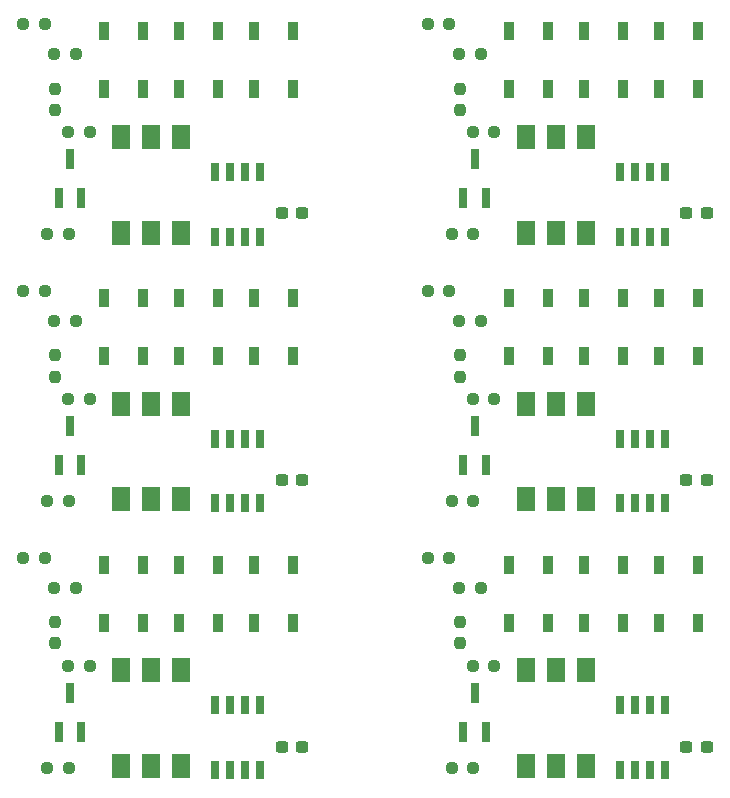
<source format=gbr>
%TF.GenerationSoftware,KiCad,Pcbnew,7.0.9*%
%TF.CreationDate,2024-01-17T02:03:21+09:00*%
%TF.ProjectId,kikit,6b696b69-742e-46b6-9963-61645f706362,rev?*%
%TF.SameCoordinates,Original*%
%TF.FileFunction,Paste,Top*%
%TF.FilePolarity,Positive*%
%FSLAX46Y46*%
G04 Gerber Fmt 4.6, Leading zero omitted, Abs format (unit mm)*
G04 Created by KiCad (PCBNEW 7.0.9) date 2024-01-17 02:03:21*
%MOMM*%
%LPD*%
G01*
G04 APERTURE LIST*
G04 Aperture macros list*
%AMRoundRect*
0 Rectangle with rounded corners*
0 $1 Rounding radius*
0 $2 $3 $4 $5 $6 $7 $8 $9 X,Y pos of 4 corners*
0 Add a 4 corners polygon primitive as box body*
4,1,4,$2,$3,$4,$5,$6,$7,$8,$9,$2,$3,0*
0 Add four circle primitives for the rounded corners*
1,1,$1+$1,$2,$3*
1,1,$1+$1,$4,$5*
1,1,$1+$1,$6,$7*
1,1,$1+$1,$8,$9*
0 Add four rect primitives between the rounded corners*
20,1,$1+$1,$2,$3,$4,$5,0*
20,1,$1+$1,$4,$5,$6,$7,0*
20,1,$1+$1,$6,$7,$8,$9,0*
20,1,$1+$1,$8,$9,$2,$3,0*%
G04 Aperture macros list end*
%ADD10R,0.900000X1.500000*%
%ADD11RoundRect,0.237500X-0.250000X-0.237500X0.250000X-0.237500X0.250000X0.237500X-0.250000X0.237500X0*%
%ADD12RoundRect,0.237500X0.237500X-0.250000X0.237500X0.250000X-0.237500X0.250000X-0.237500X-0.250000X0*%
%ADD13R,0.700000X1.550000*%
%ADD14R,0.800000X1.800000*%
%ADD15R,1.600000X2.070000*%
%ADD16RoundRect,0.237500X0.300000X0.237500X-0.300000X0.237500X-0.300000X-0.237500X0.300000X-0.237500X0*%
G04 APERTURE END LIST*
D10*
%TO.C,D3*%
X139500000Y-78916000D03*
X142800000Y-78916000D03*
X142800000Y-74016000D03*
X139500000Y-74016000D03*
%TD*%
D11*
%TO.C,R5*%
X156207500Y-68624000D03*
X158032500Y-68624000D03*
%TD*%
D12*
%TO.C,R3*%
X156866000Y-35532500D03*
X156866000Y-33707500D03*
%TD*%
D10*
%TO.C,D1*%
X161058000Y-56342000D03*
X164358000Y-56342000D03*
X164358000Y-51442000D03*
X161058000Y-51442000D03*
%TD*%
%TO.C,D2*%
X167408000Y-33768000D03*
X170708000Y-33768000D03*
X170708000Y-28868000D03*
X167408000Y-28868000D03*
%TD*%
D13*
%TO.C,IC1*%
X170455000Y-46235000D03*
X171725000Y-46235000D03*
X172995000Y-46235000D03*
X174265000Y-46235000D03*
X174265000Y-40785000D03*
X172995000Y-40785000D03*
X171725000Y-40785000D03*
X170455000Y-40785000D03*
%TD*%
D11*
%TO.C,R6*%
X157985500Y-37414000D03*
X159810500Y-37414000D03*
%TD*%
%TO.C,R4*%
X154175500Y-73418000D03*
X156000500Y-73418000D03*
%TD*%
D10*
%TO.C,D3*%
X173758000Y-78916000D03*
X177058000Y-78916000D03*
X177058000Y-74016000D03*
X173758000Y-74016000D03*
%TD*%
D11*
%TO.C,R5*%
X156207500Y-46050000D03*
X158032500Y-46050000D03*
%TD*%
%TO.C,R5*%
X121949500Y-91198000D03*
X123774500Y-91198000D03*
%TD*%
D10*
%TO.C,D2*%
X167408000Y-56342000D03*
X170708000Y-56342000D03*
X170708000Y-51442000D03*
X167408000Y-51442000D03*
%TD*%
%TO.C,D1*%
X126800000Y-33768000D03*
X130100000Y-33768000D03*
X130100000Y-28868000D03*
X126800000Y-28868000D03*
%TD*%
D11*
%TO.C,R6*%
X123727500Y-37414000D03*
X125552500Y-37414000D03*
%TD*%
D10*
%TO.C,D2*%
X167408000Y-78916000D03*
X170708000Y-78916000D03*
X170708000Y-74016000D03*
X167408000Y-74016000D03*
%TD*%
D11*
%TO.C,R4*%
X119917500Y-28270000D03*
X121742500Y-28270000D03*
%TD*%
D14*
%TO.C,Q1*%
X157186000Y-65574000D03*
X159086000Y-65574000D03*
X158136000Y-62274000D03*
%TD*%
D13*
%TO.C,IC1*%
X170455000Y-91383000D03*
X171725000Y-91383000D03*
X172995000Y-91383000D03*
X174265000Y-91383000D03*
X174265000Y-85933000D03*
X172995000Y-85933000D03*
X171725000Y-85933000D03*
X170455000Y-85933000D03*
%TD*%
D11*
%TO.C,R4*%
X119917500Y-73418000D03*
X121742500Y-73418000D03*
%TD*%
%TO.C,R4*%
X154175500Y-50844000D03*
X156000500Y-50844000D03*
%TD*%
D13*
%TO.C,IC1*%
X170455000Y-68809000D03*
X171725000Y-68809000D03*
X172995000Y-68809000D03*
X174265000Y-68809000D03*
X174265000Y-63359000D03*
X172995000Y-63359000D03*
X171725000Y-63359000D03*
X170455000Y-63359000D03*
%TD*%
D14*
%TO.C,Q1*%
X122928000Y-43000000D03*
X124828000Y-43000000D03*
X123878000Y-39700000D03*
%TD*%
D11*
%TO.C,R4*%
X119917500Y-50844000D03*
X121742500Y-50844000D03*
%TD*%
D15*
%TO.C,IC2*%
X128196000Y-91052000D03*
X128196000Y-82962000D03*
X130736000Y-91052000D03*
X130736000Y-82962000D03*
X133276000Y-91052000D03*
X133276000Y-82962000D03*
%TD*%
D12*
%TO.C,R3*%
X122608000Y-80680500D03*
X122608000Y-78855500D03*
%TD*%
D11*
%TO.C,R2*%
X156819000Y-75958000D03*
X158644000Y-75958000D03*
%TD*%
D10*
%TO.C,D3*%
X173758000Y-56342000D03*
X177058000Y-56342000D03*
X177058000Y-51442000D03*
X173758000Y-51442000D03*
%TD*%
D16*
%TO.C,C1*%
X177794500Y-66846000D03*
X176069500Y-66846000D03*
%TD*%
D11*
%TO.C,R4*%
X154175500Y-28270000D03*
X156000500Y-28270000D03*
%TD*%
%TO.C,R6*%
X123727500Y-82562000D03*
X125552500Y-82562000D03*
%TD*%
D15*
%TO.C,IC2*%
X128196000Y-68478000D03*
X128196000Y-60388000D03*
X130736000Y-68478000D03*
X130736000Y-60388000D03*
X133276000Y-68478000D03*
X133276000Y-60388000D03*
%TD*%
D11*
%TO.C,R5*%
X156207500Y-91198000D03*
X158032500Y-91198000D03*
%TD*%
D16*
%TO.C,C1*%
X177794500Y-89420000D03*
X176069500Y-89420000D03*
%TD*%
D11*
%TO.C,R5*%
X121949500Y-46050000D03*
X123774500Y-46050000D03*
%TD*%
D15*
%TO.C,IC2*%
X128196000Y-45904000D03*
X128196000Y-37814000D03*
X130736000Y-45904000D03*
X130736000Y-37814000D03*
X133276000Y-45904000D03*
X133276000Y-37814000D03*
%TD*%
D11*
%TO.C,R2*%
X122561000Y-53384000D03*
X124386000Y-53384000D03*
%TD*%
D10*
%TO.C,D2*%
X133150000Y-56342000D03*
X136450000Y-56342000D03*
X136450000Y-51442000D03*
X133150000Y-51442000D03*
%TD*%
D12*
%TO.C,R3*%
X122608000Y-35532500D03*
X122608000Y-33707500D03*
%TD*%
D14*
%TO.C,Q1*%
X157186000Y-88148000D03*
X159086000Y-88148000D03*
X158136000Y-84848000D03*
%TD*%
D15*
%TO.C,IC2*%
X162454000Y-45904000D03*
X162454000Y-37814000D03*
X164994000Y-45904000D03*
X164994000Y-37814000D03*
X167534000Y-45904000D03*
X167534000Y-37814000D03*
%TD*%
D10*
%TO.C,D1*%
X161058000Y-33768000D03*
X164358000Y-33768000D03*
X164358000Y-28868000D03*
X161058000Y-28868000D03*
%TD*%
D12*
%TO.C,R3*%
X156866000Y-80680500D03*
X156866000Y-78855500D03*
%TD*%
D10*
%TO.C,D3*%
X173758000Y-33768000D03*
X177058000Y-33768000D03*
X177058000Y-28868000D03*
X173758000Y-28868000D03*
%TD*%
D11*
%TO.C,R6*%
X157985500Y-82562000D03*
X159810500Y-82562000D03*
%TD*%
D12*
%TO.C,R3*%
X156866000Y-58106500D03*
X156866000Y-56281500D03*
%TD*%
D15*
%TO.C,IC2*%
X162454000Y-68478000D03*
X162454000Y-60388000D03*
X164994000Y-68478000D03*
X164994000Y-60388000D03*
X167534000Y-68478000D03*
X167534000Y-60388000D03*
%TD*%
D14*
%TO.C,Q1*%
X157186000Y-43000000D03*
X159086000Y-43000000D03*
X158136000Y-39700000D03*
%TD*%
D16*
%TO.C,C1*%
X143536500Y-89420000D03*
X141811500Y-89420000D03*
%TD*%
D11*
%TO.C,R2*%
X122561000Y-30810000D03*
X124386000Y-30810000D03*
%TD*%
%TO.C,R2*%
X156819000Y-30810000D03*
X158644000Y-30810000D03*
%TD*%
%TO.C,R6*%
X157985500Y-59988000D03*
X159810500Y-59988000D03*
%TD*%
D13*
%TO.C,IC1*%
X136197000Y-91383000D03*
X137467000Y-91383000D03*
X138737000Y-91383000D03*
X140007000Y-91383000D03*
X140007000Y-85933000D03*
X138737000Y-85933000D03*
X137467000Y-85933000D03*
X136197000Y-85933000D03*
%TD*%
D16*
%TO.C,C1*%
X143536500Y-44272000D03*
X141811500Y-44272000D03*
%TD*%
D14*
%TO.C,Q1*%
X122928000Y-88148000D03*
X124828000Y-88148000D03*
X123878000Y-84848000D03*
%TD*%
D11*
%TO.C,R2*%
X122561000Y-75958000D03*
X124386000Y-75958000D03*
%TD*%
D10*
%TO.C,D2*%
X133150000Y-33768000D03*
X136450000Y-33768000D03*
X136450000Y-28868000D03*
X133150000Y-28868000D03*
%TD*%
D11*
%TO.C,R6*%
X123727500Y-59988000D03*
X125552500Y-59988000D03*
%TD*%
%TO.C,R2*%
X156819000Y-53384000D03*
X158644000Y-53384000D03*
%TD*%
D12*
%TO.C,R3*%
X122608000Y-58106500D03*
X122608000Y-56281500D03*
%TD*%
D16*
%TO.C,C1*%
X177794500Y-44272000D03*
X176069500Y-44272000D03*
%TD*%
D10*
%TO.C,D2*%
X133150000Y-78916000D03*
X136450000Y-78916000D03*
X136450000Y-74016000D03*
X133150000Y-74016000D03*
%TD*%
%TO.C,D3*%
X139500000Y-33768000D03*
X142800000Y-33768000D03*
X142800000Y-28868000D03*
X139500000Y-28868000D03*
%TD*%
D13*
%TO.C,IC1*%
X136197000Y-46235000D03*
X137467000Y-46235000D03*
X138737000Y-46235000D03*
X140007000Y-46235000D03*
X140007000Y-40785000D03*
X138737000Y-40785000D03*
X137467000Y-40785000D03*
X136197000Y-40785000D03*
%TD*%
D16*
%TO.C,C1*%
X143536500Y-66846000D03*
X141811500Y-66846000D03*
%TD*%
D10*
%TO.C,D3*%
X139500000Y-56342000D03*
X142800000Y-56342000D03*
X142800000Y-51442000D03*
X139500000Y-51442000D03*
%TD*%
D15*
%TO.C,IC2*%
X162454000Y-91052000D03*
X162454000Y-82962000D03*
X164994000Y-91052000D03*
X164994000Y-82962000D03*
X167534000Y-91052000D03*
X167534000Y-82962000D03*
%TD*%
D11*
%TO.C,R5*%
X121949500Y-68624000D03*
X123774500Y-68624000D03*
%TD*%
D10*
%TO.C,D1*%
X161058000Y-78916000D03*
X164358000Y-78916000D03*
X164358000Y-74016000D03*
X161058000Y-74016000D03*
%TD*%
%TO.C,D1*%
X126800000Y-78916000D03*
X130100000Y-78916000D03*
X130100000Y-74016000D03*
X126800000Y-74016000D03*
%TD*%
%TO.C,D1*%
X126800000Y-56342000D03*
X130100000Y-56342000D03*
X130100000Y-51442000D03*
X126800000Y-51442000D03*
%TD*%
D14*
%TO.C,Q1*%
X122928000Y-65574000D03*
X124828000Y-65574000D03*
X123878000Y-62274000D03*
%TD*%
D13*
%TO.C,IC1*%
X136197000Y-68809000D03*
X137467000Y-68809000D03*
X138737000Y-68809000D03*
X140007000Y-68809000D03*
X140007000Y-63359000D03*
X138737000Y-63359000D03*
X137467000Y-63359000D03*
X136197000Y-63359000D03*
%TD*%
M02*

</source>
